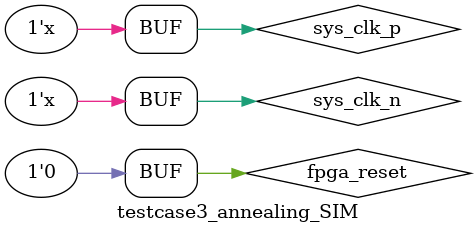
<source format=v>
`timescale 1ns / 1ps


module testcase3_annealing_SIM();
    reg sys_clk_p;
    reg sys_clk_n;
    reg fpga_reset;
    
    wire sys_clk;
    wire chip_reset;
    wire PCHR; 
    wire WE; 
    wire SA_EN; 
    wire WBACK;
    wire writeORread;
    wire DRAM_NormalMode_EN; 
    wire normalORIsing; 
    wire RBL_EN_normal; 
    wire RBL_bar_EN_normal;
    wire REF_CTRL_WL;
    wire latch_J;
    wire start_Ising;
    wire [2:0] J;
    wire [5:0] Y_ADDR;
    wire [6:0] X_ADDR;
    wire apply_E_field; 
    wire E_field;
    wire POSNEG_OR_ALLPOS;
    wire notLatch_SA_OR_latch_SA;
    wire RBL_REF_BL_or_offchip;
    wire finish_spin_update;
    wire spin_update_EN;
    
    //Scan chain
    wire scanclk_out;
    wire se;
    wire update_clk;
    wire scanin;
    
    testcase3_annealing tb3_uut(
    .sys_clk_p(sys_clk_p),
    .sys_clk_n(sys_clk_n),
    .fpga_reset(fpga_reset),
    .sys_clk(sys_clk),
    .PCHR(PCHR), 
    .WE(WE),  
    .SA_EN(SA_EN),  
    .WBACK(WBACK), 
    .writeORread(writeORread), 
    .DRAM_NormalMode_EN(DRAM_NormalMode_EN), 
    .normalORIsing(normalORIsing),   
    .RBL_EN_normal(RBL_EN_normal),  
    .RBL_bar_EN_normal(RBL_bar_EN_normal),  
    .REF_CTRL_WL(REF_CTRL_WL),  
    .latch_J(latch_J),  
    .start_Ising(start_Ising),
    .J(J),  
    .Y_ADDR(Y_ADDR),  
    .X_ADDR(X_ADDR),  
    .apply_E_field(apply_E_field),   
    .E_field(E_field),  
    .POSNEG_OR_ALLPOS(POSNEG_OR_ALLPOS),  
    .notLatch_SA_OR_latch_SA(notLatch_SA_OR_latch_SA),  
    .finish_spin_update(finish_spin_update),
    .spin_update_EN(spin_update_EN),
    .scanclk_out(scanclk_out),
    .se(se),
    .update_clk(update_clk),
    .scanin(scanin)
    );
    
    initial sys_clk_p = 1'b1;
    always #(2.5) sys_clk_p = ~sys_clk_p;
    
    initial sys_clk_n = 1'b0;
    always #(2.5) sys_clk_n = ~sys_clk_n;
    
initial begin
fpga_reset = 1'b0;
#300;
fpga_reset = 1'b1;
#20;
fpga_reset = 1'b0;
end



endmodule

</source>
